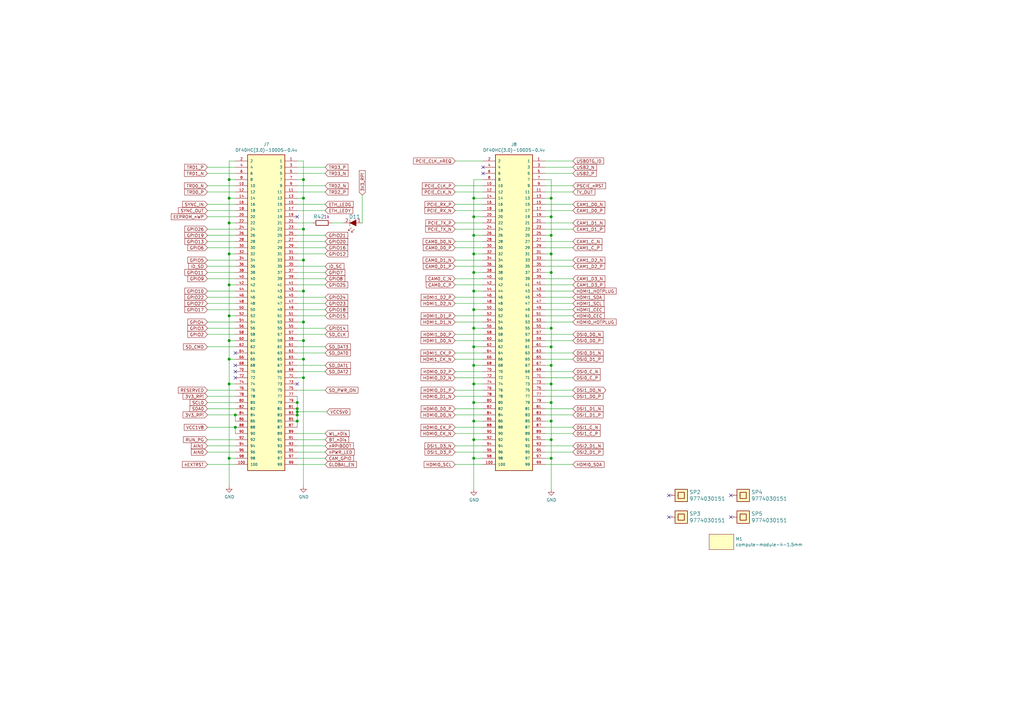
<source format=kicad_sch>
(kicad_sch (version 20210621) (generator eeschema)
  (paper "A3")
  (title_block (title "Scalenode") (rev "1.0.1"))
  (lib_symbols
    (symbol "scalenode:9774030151" (pin_names (offset 1.016))
      (property "Reference" "SP" (at -2.54 2.54 0))
      (property "Value" "9774030151" (at -2.54 -5.08 0))
      (symbol "9774030151_0_1"
        (rectangle (start -2.54 -2.54) (end 2.54 2.54) (stroke (width 0.254)) (fill (type background)))
        (rectangle (start -1.27 -1.27) (end 1.27 1.27) (stroke (width 0.254)) (fill (type background)))
        (pin passive line (at -5.08 0 0) (length 2.54) (name "1") (number "1"))
      )
    )
    (symbol "scalenode:DF40HC(3.0)-100DS-0.4v" (pin_names (offset 1.016))
      (property "Reference" "J" (at -7.6454 63.6524 0))
      (property "Value" "DF40HC(3.0)-100DS-0.4v" (at -7.6454 -71.2724 0))
      (symbol "DF40HC(3.0)-100DS-0.4v_0_0"
        (rectangle (start -7.62 -66.04) (end 7.62 63.5) (stroke (width 0.254)) (fill (type background)))
        (pin passive line (at -12.7 60.96 0) (length 5.08) (name "1") (number "1"))
        (pin passive line (at 12.7 50.8 180) (length 5.08) (name "10") (number "10"))
        (pin passive line (at 12.7 -63.5 180) (length 5.08) (name "100") (number "100"))
        (pin passive line (at -12.7 48.26 0) (length 5.08) (name "11") (number "11"))
        (pin passive line (at 12.7 48.26 180) (length 5.08) (name "12") (number "12"))
        (pin passive line (at -12.7 45.72 0) (length 5.08) (name "13") (number "13"))
        (pin passive line (at 12.7 45.72 180) (length 5.08) (name "14") (number "14"))
        (pin passive line (at -12.7 43.18 0) (length 5.08) (name "15") (number "15"))
        (pin passive line (at 12.7 43.18 180) (length 5.08) (name "16") (number "16"))
        (pin passive line (at -12.7 40.64 0) (length 5.08) (name "17") (number "17"))
        (pin passive line (at 12.7 40.64 180) (length 5.08) (name "18") (number "18"))
        (pin passive line (at -12.7 38.1 0) (length 5.08) (name "19") (number "19"))
        (pin passive line (at 12.7 60.96 180) (length 5.08) (name "2") (number "2"))
        (pin passive line (at 12.7 38.1 180) (length 5.08) (name "20") (number "20"))
        (pin passive line (at -12.7 35.56 0) (length 5.08) (name "21") (number "21"))
        (pin passive line (at 12.7 35.56 180) (length 5.08) (name "22") (number "22"))
        (pin passive line (at -12.7 33.02 0) (length 5.08) (name "23") (number "23"))
        (pin passive line (at 12.7 33.02 180) (length 5.08) (name "24") (number "24"))
        (pin passive line (at -12.7 30.48 0) (length 5.08) (name "25") (number "25"))
        (pin passive line (at 12.7 30.48 180) (length 5.08) (name "26") (number "26"))
        (pin passive line (at -12.7 27.94 0) (length 5.08) (name "27") (number "27"))
        (pin passive line (at 12.7 27.94 180) (length 5.08) (name "28") (number "28"))
        (pin passive line (at -12.7 25.4 0) (length 5.08) (name "29") (number "29"))
        (pin passive line (at -12.7 58.42 0) (length 5.08) (name "3") (number "3"))
        (pin passive line (at 12.7 25.4 180) (length 5.08) (name "30") (number "30"))
        (pin passive line (at -12.7 22.86 0) (length 5.08) (name "31") (number "31"))
        (pin passive line (at 12.7 22.86 180) (length 5.08) (name "32") (number "32"))
        (pin passive line (at -12.7 20.32 0) (length 5.08) (name "33") (number "33"))
        (pin passive line (at 12.7 20.32 180) (length 5.08) (name "34") (number "34"))
        (pin passive line (at -12.7 17.78 0) (length 5.08) (name "35") (number "35"))
        (pin passive line (at 12.7 17.78 180) (length 5.08) (name "36") (number "36"))
        (pin passive line (at -12.7 15.24 0) (length 5.08) (name "37") (number "37"))
        (pin passive line (at 12.7 15.24 180) (length 5.08) (name "38") (number "38"))
        (pin passive line (at -12.7 12.7 0) (length 5.08) (name "39") (number "39"))
        (pin passive line (at 12.7 58.42 180) (length 5.08) (name "4") (number "4"))
        (pin passive line (at 12.7 12.7 180) (length 5.08) (name "40") (number "40"))
        (pin passive line (at -12.7 10.16 0) (length 5.08) (name "41") (number "41"))
        (pin passive line (at 12.7 10.16 180) (length 5.08) (name "42") (number "42"))
        (pin passive line (at -12.7 7.62 0) (length 5.08) (name "43") (number "43"))
        (pin passive line (at 12.7 7.62 180) (length 5.08) (name "44") (number "44"))
        (pin passive line (at -12.7 5.08 0) (length 5.08) (name "45") (number "45"))
        (pin passive line (at 12.7 5.08 180) (length 5.08) (name "46") (number "46"))
        (pin passive line (at -12.7 2.54 0) (length 5.08) (name "47") (number "47"))
        (pin passive line (at 12.7 2.54 180) (length 5.08) (name "48") (number "48"))
        (pin passive line (at -12.7 0 0) (length 5.08) (name "49") (number "49"))
        (pin passive line (at -12.7 55.88 0) (length 5.08) (name "5") (number "5"))
        (pin passive line (at 12.7 0 180) (length 5.08) (name "50") (number "50"))
        (pin passive line (at -12.7 -2.54 0) (length 5.08) (name "51") (number "51"))
        (pin passive line (at 12.7 -2.54 180) (length 5.08) (name "52") (number "52"))
        (pin passive line (at -12.7 -5.08 0) (length 5.08) (name "53") (number "53"))
        (pin passive line (at 12.7 -5.08 180) (length 5.08) (name "54") (number "54"))
        (pin passive line (at -12.7 -7.62 0) (length 5.08) (name "55") (number "55"))
        (pin passive line (at 12.7 -7.62 180) (length 5.08) (name "56") (number "56"))
        (pin passive line (at -12.7 -10.16 0) (length 5.08) (name "57") (number "57"))
        (pin passive line (at 12.7 -10.16 180) (length 5.08) (name "58") (number "58"))
        (pin passive line (at -12.7 -12.7 0) (length 5.08) (name "59") (number "59"))
        (pin passive line (at 12.7 55.88 180) (length 5.08) (name "6") (number "6"))
        (pin passive line (at 12.7 -12.7 180) (length 5.08) (name "60") (number "60"))
        (pin passive line (at -12.7 -15.24 0) (length 5.08) (name "61") (number "61"))
        (pin passive line (at 12.7 -15.24 180) (length 5.08) (name "62") (number "62"))
        (pin passive line (at -12.7 -17.78 0) (length 5.08) (name "63") (number "63"))
        (pin passive line (at 12.7 -17.78 180) (length 5.08) (name "64") (number "64"))
        (pin passive line (at -12.7 -20.32 0) (length 5.08) (name "65") (number "65"))
        (pin passive line (at 12.7 -20.32 180) (length 5.08) (name "66") (number "66"))
        (pin passive line (at -12.7 -22.86 0) (length 5.08) (name "67") (number "67"))
        (pin passive line (at 12.7 -22.86 180) (length 5.08) (name "68") (number "68"))
        (pin passive line (at -12.7 -25.4 0) (length 5.08) (name "69") (number "69"))
        (pin passive line (at -12.7 53.34 0) (length 5.08) (name "7") (number "7"))
        (pin passive line (at 12.7 -25.4 180) (length 5.08) (name "70") (number "70"))
        (pin passive line (at -12.7 -27.94 0) (length 5.08) (name "71") (number "71"))
        (pin passive line (at 12.7 -27.94 180) (length 5.08) (name "72") (number "72"))
        (pin passive line (at -12.7 -30.48 0) (length 5.08) (name "73") (number "73"))
        (pin passive line (at 12.7 -30.48 180) (length 5.08) (name "74") (number "74"))
        (pin passive line (at -12.7 -33.02 0) (length 5.08) (name "75") (number "75"))
        (pin passive line (at 12.7 -33.02 180) (length 5.08) (name "76") (number "76"))
        (pin passive line (at -12.7 -35.56 0) (length 5.08) (name "77") (number "77"))
        (pin passive line (at 12.7 -35.56 180) (length 5.08) (name "78") (number "78"))
        (pin passive line (at -12.7 -38.1 0) (length 5.08) (name "79") (number "79"))
        (pin passive line (at 12.7 53.34 180) (length 5.08) (name "8") (number "8"))
        (pin passive line (at 12.7 -38.1 180) (length 5.08) (name "80") (number "80"))
        (pin passive line (at -12.7 -40.64 0) (length 5.08) (name "81") (number "81"))
        (pin passive line (at 12.7 -40.64 180) (length 5.08) (name "82") (number "82"))
        (pin passive line (at -12.7 -43.18 0) (length 5.08) (name "83") (number "83"))
        (pin passive line (at 12.7 -43.18 180) (length 5.08) (name "84") (number "84"))
        (pin passive line (at -12.7 -45.72 0) (length 5.08) (name "85") (number "85"))
        (pin passive line (at 12.7 -45.72 180) (length 5.08) (name "86") (number "86"))
        (pin passive line (at -12.7 -48.26 0) (length 5.08) (name "87") (number "87"))
        (pin passive line (at 12.7 -48.26 180) (length 5.08) (name "88") (number "88"))
        (pin passive line (at -12.7 -50.8 0) (length 5.08) (name "89") (number "89"))
        (pin passive line (at -12.7 50.8 0) (length 5.08) (name "9") (number "9"))
        (pin passive line (at 12.7 -50.8 180) (length 5.08) (name "90") (number "90"))
        (pin passive line (at -12.7 -53.34 0) (length 5.08) (name "91") (number "91"))
        (pin passive line (at 12.7 -53.34 180) (length 5.08) (name "92") (number "92"))
        (pin passive line (at -12.7 -55.88 0) (length 5.08) (name "93") (number "93"))
        (pin passive line (at 12.7 -55.88 180) (length 5.08) (name "94") (number "94"))
        (pin passive line (at -12.7 -58.42 0) (length 5.08) (name "95") (number "95"))
        (pin passive line (at 12.7 -58.42 180) (length 5.08) (name "96") (number "96"))
        (pin passive line (at -12.7 -60.96 0) (length 5.08) (name "97") (number "97"))
        (pin passive line (at 12.7 -60.96 180) (length 5.08) (name "98") (number "98"))
        (pin passive line (at -12.7 -63.5 0) (length 5.08) (name "99") (number "99"))
      )
    )
    (symbol "scalenode:GND" (power) (pin_names (offset 0))
      (property "Value" "GND" (at 0 -3.81 0))
      (symbol "GND_0_1"
        (polyline (pts (xy 0 0) (xy 0 -1.27) (xy 1.27 -1.27) (xy 0 -2.54) (xy -1.27 -1.27) (xy 0 -1.27)))
      )
      (symbol "GND_1_1"
        (pin power_in line (at 0 0 270) (length 0) hide (name "GND") (number "1"))
      )
    )
    (symbol "scalenode:KP-1608CGCK" (pin_names (offset 0))
      (property "Reference" "D" (at -5.08 3.81 0))
      (property "Value" "KP-1608CGCK" (at 0 -3.81 0))
      (symbol "KP-1608CGCK_0_1"
        (polyline (pts (xy -0.635 3.81) (xy -1.905 2.54)))
        (polyline (pts (xy 0 1.27) (xy 0 -1.27)))
        (polyline (pts (xy 0.635 3.175) (xy -0.635 1.905)))
        (polyline (pts (xy -1.27 3.81) (xy -0.635 3.81) (xy -0.635 3.175)))
        (polyline (pts (xy 0 3.175) (xy 0.635 3.175) (xy 0.635 2.54)))
        (polyline (pts (xy -2.54 1.27) (xy -2.54 -1.27) (xy 0 0) (xy -2.54 1.27)) (fill (type outline)))
      )
      (symbol "KP-1608CGCK_1_1"
        (pin passive line (at -5.08 0 0) (length 2.54) (name "~") (number "1"))
        (pin passive line (at 2.54 0 180) (length 2.54) (name "~") (number "2"))
      )
    )
    (symbol "scalenode:R_1k_0603" (pin_names (offset 0))
      (property "Reference" "R" (at -1.397 3.429 0))
      (property "Val" "1k" (at 0 -2.54 0))
      (symbol "R_1k_0603_1_1"
        (rectangle (start 2.54 -1.016) (end -2.54 1.016) (stroke (width 0.254)))
        (pin passive line (at -3.81 0 0) (length 1.27) (name "~") (number "1"))
        (pin passive line (at 3.81 0 180) (length 1.27) (name "~") (number "2"))
      )
    )
    (symbol "scalenode:compute-module-4-1.5mm" (pin_names (offset 1.016))
      (property "Reference" "M" (at 1.27 7.62 0))
      (property "Value" "compute-module-4-1.5mm" (at 2.54 -1.27 0))
      (symbol "compute-module-4-1.5mm_0_1"
        (rectangle (start 10.16 0) (end 0 6.35) (fill (type background)))
      )
    )
  )
  (junction (at 93.98 73.66) (diameter 1.016))
  (junction (at 93.98 81.28) (diameter 1.016))
  (junction (at 93.98 91.44) (diameter 1.016))
  (junction (at 93.98 104.14) (diameter 1.016))
  (junction (at 93.98 116.84) (diameter 1.016))
  (junction (at 93.98 129.54) (diameter 1.016))
  (junction (at 93.98 139.7) (diameter 1.016))
  (junction (at 93.98 147.32) (diameter 1.016))
  (junction (at 93.98 157.48) (diameter 1.016))
  (junction (at 93.98 187.96) (diameter 1.016))
  (junction (at 96.52 170.18) (diameter 1.016))
  (junction (at 96.52 175.26) (diameter 1.016))
  (junction (at 121.92 165.1) (diameter 1.016))
  (junction (at 121.92 167.64) (diameter 1.016))
  (junction (at 121.92 168.91) (diameter 1.016))
  (junction (at 121.92 170.18) (diameter 1.016))
  (junction (at 121.92 172.72) (diameter 1.016))
  (junction (at 124.46 73.66) (diameter 1.016))
  (junction (at 124.46 81.28) (diameter 1.016))
  (junction (at 124.46 93.98) (diameter 1.016))
  (junction (at 124.46 106.68) (diameter 1.016))
  (junction (at 124.46 119.38) (diameter 1.016))
  (junction (at 124.46 132.08) (diameter 1.016))
  (junction (at 124.46 139.7) (diameter 1.016))
  (junction (at 124.46 147.32) (diameter 1.016))
  (junction (at 124.46 154.94) (diameter 1.016))
  (junction (at 194.31 81.28) (diameter 1.016))
  (junction (at 194.31 88.9) (diameter 1.016))
  (junction (at 194.31 96.52) (diameter 1.016))
  (junction (at 194.31 104.14) (diameter 1.016))
  (junction (at 194.31 111.76) (diameter 1.016))
  (junction (at 194.31 119.38) (diameter 1.016))
  (junction (at 194.31 127) (diameter 1.016))
  (junction (at 194.31 134.62) (diameter 1.016))
  (junction (at 194.31 142.24) (diameter 1.016))
  (junction (at 194.31 149.86) (diameter 1.016))
  (junction (at 194.31 157.48) (diameter 1.016))
  (junction (at 194.31 165.1) (diameter 1.016))
  (junction (at 194.31 172.72) (diameter 1.016))
  (junction (at 194.31 180.34) (diameter 1.016))
  (junction (at 194.31 187.96) (diameter 1.016))
  (junction (at 226.06 81.28) (diameter 1.016))
  (junction (at 226.06 88.9) (diameter 1.016))
  (junction (at 226.06 96.52) (diameter 1.016))
  (junction (at 226.06 104.14) (diameter 1.016))
  (junction (at 226.06 111.76) (diameter 1.016))
  (junction (at 226.06 134.62) (diameter 1.016))
  (junction (at 226.06 142.24) (diameter 1.016))
  (junction (at 226.06 149.86) (diameter 1.016))
  (junction (at 226.06 157.48) (diameter 1.016))
  (junction (at 226.06 165.1) (diameter 1.016))
  (junction (at 226.06 172.72) (diameter 1.016))
  (junction (at 226.06 180.34) (diameter 1.016))
  (junction (at 226.06 187.96) (diameter 1.016))
  (no_connect (at 96.52 144.78))
  (no_connect (at 96.52 149.86))
  (no_connect (at 96.52 152.4))
  (no_connect (at 96.52 154.94))
  (no_connect (at 121.92 88.9))
  (no_connect (at 121.92 157.48))
  (no_connect (at 198.12 68.58))
  (no_connect (at 198.12 71.12))
  (no_connect (at 274.32 203.2))
  (no_connect (at 274.32 212.09))
  (no_connect (at 299.72 203.2))
  (no_connect (at 299.72 212.09))
  (wire (pts (xy 93.98 66.04) (xy 93.98 73.66)))
  (wire (pts (xy 93.98 73.66) (xy 93.98 81.28)))
  (wire (pts (xy 93.98 81.28) (xy 93.98 91.44)))
  (wire (pts (xy 93.98 91.44) (xy 93.98 104.14)))
  (wire (pts (xy 93.98 104.14) (xy 93.98 116.84)))
  (wire (pts (xy 93.98 116.84) (xy 93.98 129.54)))
  (wire (pts (xy 93.98 129.54) (xy 93.98 139.7)))
  (wire (pts (xy 93.98 139.7) (xy 93.98 147.32)))
  (wire (pts (xy 93.98 147.32) (xy 93.98 157.48)))
  (wire (pts (xy 93.98 157.48) (xy 93.98 187.96)))
  (wire (pts (xy 93.98 187.96) (xy 93.98 199.39)))
  (wire (pts (xy 93.98 187.96) (xy 96.52 187.96)))
  (wire (pts (xy 96.52 66.04) (xy 93.98 66.04)))
  (wire (pts (xy 96.52 68.58) (xy 85.09 68.58)))
  (wire (pts (xy 96.52 71.12) (xy 85.09 71.12)))
  (wire (pts (xy 96.52 73.66) (xy 93.98 73.66)))
  (wire (pts (xy 96.52 76.2) (xy 85.09 76.2)))
  (wire (pts (xy 96.52 78.74) (xy 85.09 78.74)))
  (wire (pts (xy 96.52 81.28) (xy 93.98 81.28)))
  (wire (pts (xy 96.52 83.82) (xy 85.09 83.82)))
  (wire (pts (xy 96.52 86.36) (xy 85.09 86.36)))
  (wire (pts (xy 96.52 88.9) (xy 85.09 88.9)))
  (wire (pts (xy 96.52 91.44) (xy 93.98 91.44)))
  (wire (pts (xy 96.52 93.98) (xy 85.09 93.98)))
  (wire (pts (xy 96.52 96.52) (xy 85.09 96.52)))
  (wire (pts (xy 96.52 99.06) (xy 85.09 99.06)))
  (wire (pts (xy 96.52 101.6) (xy 85.09 101.6)))
  (wire (pts (xy 96.52 104.14) (xy 93.98 104.14)))
  (wire (pts (xy 96.52 106.68) (xy 85.09 106.68)))
  (wire (pts (xy 96.52 109.22) (xy 85.09 109.22)))
  (wire (pts (xy 96.52 111.76) (xy 85.09 111.76)))
  (wire (pts (xy 96.52 114.3) (xy 85.09 114.3)))
  (wire (pts (xy 96.52 116.84) (xy 93.98 116.84)))
  (wire (pts (xy 96.52 119.38) (xy 85.09 119.38)))
  (wire (pts (xy 96.52 121.92) (xy 85.09 121.92)))
  (wire (pts (xy 96.52 124.46) (xy 85.09 124.46)))
  (wire (pts (xy 96.52 127) (xy 85.09 127)))
  (wire (pts (xy 96.52 129.54) (xy 93.98 129.54)))
  (wire (pts (xy 96.52 132.08) (xy 85.09 132.08)))
  (wire (pts (xy 96.52 134.62) (xy 85.09 134.62)))
  (wire (pts (xy 96.52 137.16) (xy 85.09 137.16)))
  (wire (pts (xy 96.52 139.7) (xy 93.98 139.7)))
  (wire (pts (xy 96.52 142.24) (xy 85.09 142.24)))
  (wire (pts (xy 96.52 147.32) (xy 93.98 147.32)))
  (wire (pts (xy 96.52 157.48) (xy 93.98 157.48)))
  (wire (pts (xy 96.52 160.02) (xy 85.09 160.02)))
  (wire (pts (xy 96.52 162.56) (xy 85.09 162.56)))
  (wire (pts (xy 96.52 165.1) (xy 85.09 165.1)))
  (wire (pts (xy 96.52 167.64) (xy 85.09 167.64)))
  (wire (pts (xy 96.52 170.18) (xy 85.09 170.18)))
  (wire (pts (xy 96.52 172.72) (xy 96.52 170.18)))
  (wire (pts (xy 96.52 175.26) (xy 85.09 175.26)))
  (wire (pts (xy 96.52 177.8) (xy 96.52 175.26)))
  (wire (pts (xy 96.52 180.34) (xy 85.09 180.34)))
  (wire (pts (xy 96.52 182.88) (xy 85.09 182.88)))
  (wire (pts (xy 96.52 185.42) (xy 85.09 185.42)))
  (wire (pts (xy 96.52 190.5) (xy 85.09 190.5)))
  (wire (pts (xy 121.92 66.04) (xy 124.46 66.04)))
  (wire (pts (xy 121.92 68.58) (xy 133.35 68.58)))
  (wire (pts (xy 121.92 71.12) (xy 133.35 71.12)))
  (wire (pts (xy 121.92 73.66) (xy 124.46 73.66)))
  (wire (pts (xy 121.92 76.2) (xy 133.35 76.2)))
  (wire (pts (xy 121.92 78.74) (xy 133.35 78.74)))
  (wire (pts (xy 121.92 81.28) (xy 124.46 81.28)))
  (wire (pts (xy 121.92 83.82) (xy 133.35 83.82)))
  (wire (pts (xy 121.92 86.36) (xy 133.35 86.36)))
  (wire (pts (xy 121.92 93.98) (xy 124.46 93.98)))
  (wire (pts (xy 121.92 96.52) (xy 133.35 96.52)))
  (wire (pts (xy 121.92 99.06) (xy 133.35 99.06)))
  (wire (pts (xy 121.92 101.6) (xy 133.35 101.6)))
  (wire (pts (xy 121.92 106.68) (xy 124.46 106.68)))
  (wire (pts (xy 121.92 109.22) (xy 133.35 109.22)))
  (wire (pts (xy 121.92 111.76) (xy 133.35 111.76)))
  (wire (pts (xy 121.92 114.3) (xy 133.35 114.3)))
  (wire (pts (xy 121.92 116.84) (xy 133.35 116.84)))
  (wire (pts (xy 121.92 119.38) (xy 124.46 119.38)))
  (wire (pts (xy 121.92 121.92) (xy 133.35 121.92)))
  (wire (pts (xy 121.92 124.46) (xy 133.35 124.46)))
  (wire (pts (xy 121.92 127) (xy 133.35 127)))
  (wire (pts (xy 121.92 132.08) (xy 124.46 132.08)))
  (wire (pts (xy 121.92 134.62) (xy 133.35 134.62)))
  (wire (pts (xy 121.92 139.7) (xy 124.46 139.7)))
  (wire (pts (xy 121.92 142.24) (xy 133.35 142.24)))
  (wire (pts (xy 121.92 147.32) (xy 124.46 147.32)))
  (wire (pts (xy 121.92 149.86) (xy 133.35 149.86)))
  (wire (pts (xy 121.92 154.94) (xy 124.46 154.94)))
  (wire (pts (xy 121.92 165.1) (xy 121.92 162.56)))
  (wire (pts (xy 121.92 167.64) (xy 121.92 165.1)))
  (wire (pts (xy 121.92 168.91) (xy 121.92 167.64)))
  (wire (pts (xy 121.92 170.18) (xy 121.92 168.91)))
  (wire (pts (xy 121.92 172.72) (xy 121.92 170.18)))
  (wire (pts (xy 121.92 175.26) (xy 121.92 172.72)))
  (wire (pts (xy 121.92 177.8) (xy 133.35 177.8)))
  (wire (pts (xy 121.92 180.34) (xy 133.35 180.34)))
  (wire (pts (xy 121.92 182.88) (xy 133.35 182.88)))
  (wire (pts (xy 121.92 185.42) (xy 133.35 185.42)))
  (wire (pts (xy 121.92 187.96) (xy 133.35 187.96)))
  (wire (pts (xy 121.92 190.5) (xy 133.35 190.5)))
  (wire (pts (xy 124.46 66.04) (xy 124.46 73.66)))
  (wire (pts (xy 124.46 73.66) (xy 124.46 81.28)))
  (wire (pts (xy 124.46 81.28) (xy 124.46 93.98)))
  (wire (pts (xy 124.46 93.98) (xy 124.46 106.68)))
  (wire (pts (xy 124.46 106.68) (xy 124.46 119.38)))
  (wire (pts (xy 124.46 119.38) (xy 124.46 132.08)))
  (wire (pts (xy 124.46 132.08) (xy 124.46 139.7)))
  (wire (pts (xy 124.46 139.7) (xy 124.46 147.32)))
  (wire (pts (xy 124.46 147.32) (xy 124.46 154.94)))
  (wire (pts (xy 124.46 154.94) (xy 124.46 199.39)))
  (wire (pts (xy 128.27 91.44) (xy 121.92 91.44)))
  (wire (pts (xy 133.35 104.14) (xy 121.92 104.14)))
  (wire (pts (xy 133.35 129.54) (xy 121.92 129.54)))
  (wire (pts (xy 133.35 137.16) (xy 121.92 137.16)))
  (wire (pts (xy 133.35 144.78) (xy 121.92 144.78)))
  (wire (pts (xy 133.35 152.4) (xy 121.92 152.4)))
  (wire (pts (xy 133.35 160.02) (xy 121.92 160.02)))
  (wire (pts (xy 133.985 168.91) (xy 121.92 168.91)))
  (wire (pts (xy 140.97 91.44) (xy 135.89 91.44)))
  (wire (pts (xy 148.59 91.44) (xy 148.59 80.01)))
  (wire (pts (xy 194.31 73.66) (xy 194.31 81.28)))
  (wire (pts (xy 194.31 81.28) (xy 194.31 88.9)))
  (wire (pts (xy 194.31 88.9) (xy 194.31 96.52)))
  (wire (pts (xy 194.31 96.52) (xy 194.31 104.14)))
  (wire (pts (xy 194.31 104.14) (xy 194.31 111.76)))
  (wire (pts (xy 194.31 111.76) (xy 194.31 119.38)))
  (wire (pts (xy 194.31 119.38) (xy 194.31 127)))
  (wire (pts (xy 194.31 127) (xy 194.31 134.62)))
  (wire (pts (xy 194.31 134.62) (xy 194.31 142.24)))
  (wire (pts (xy 194.31 142.24) (xy 194.31 149.86)))
  (wire (pts (xy 194.31 149.86) (xy 194.31 157.48)))
  (wire (pts (xy 194.31 157.48) (xy 194.31 165.1)))
  (wire (pts (xy 194.31 165.1) (xy 194.31 172.72)))
  (wire (pts (xy 194.31 172.72) (xy 194.31 180.34)))
  (wire (pts (xy 194.31 180.34) (xy 194.31 187.96)))
  (wire (pts (xy 194.31 187.96) (xy 194.31 200.66)))
  (wire (pts (xy 198.12 66.04) (xy 186.69 66.04)))
  (wire (pts (xy 198.12 73.66) (xy 194.31 73.66)))
  (wire (pts (xy 198.12 76.2) (xy 186.69 76.2)))
  (wire (pts (xy 198.12 78.74) (xy 186.69 78.74)))
  (wire (pts (xy 198.12 81.28) (xy 194.31 81.28)))
  (wire (pts (xy 198.12 83.82) (xy 186.69 83.82)))
  (wire (pts (xy 198.12 86.36) (xy 186.69 86.36)))
  (wire (pts (xy 198.12 88.9) (xy 194.31 88.9)))
  (wire (pts (xy 198.12 91.44) (xy 186.69 91.44)))
  (wire (pts (xy 198.12 93.98) (xy 186.69 93.98)))
  (wire (pts (xy 198.12 96.52) (xy 194.31 96.52)))
  (wire (pts (xy 198.12 99.06) (xy 186.69 99.06)))
  (wire (pts (xy 198.12 101.6) (xy 186.69 101.6)))
  (wire (pts (xy 198.12 104.14) (xy 194.31 104.14)))
  (wire (pts (xy 198.12 106.68) (xy 186.69 106.68)))
  (wire (pts (xy 198.12 109.22) (xy 186.69 109.22)))
  (wire (pts (xy 198.12 111.76) (xy 194.31 111.76)))
  (wire (pts (xy 198.12 114.3) (xy 186.69 114.3)))
  (wire (pts (xy 198.12 116.84) (xy 186.69 116.84)))
  (wire (pts (xy 198.12 119.38) (xy 194.31 119.38)))
  (wire (pts (xy 198.12 121.92) (xy 186.69 121.92)))
  (wire (pts (xy 198.12 124.46) (xy 186.69 124.46)))
  (wire (pts (xy 198.12 127) (xy 194.31 127)))
  (wire (pts (xy 198.12 129.54) (xy 186.69 129.54)))
  (wire (pts (xy 198.12 132.08) (xy 186.69 132.08)))
  (wire (pts (xy 198.12 134.62) (xy 194.31 134.62)))
  (wire (pts (xy 198.12 137.16) (xy 186.69 137.16)))
  (wire (pts (xy 198.12 139.7) (xy 186.69 139.7)))
  (wire (pts (xy 198.12 142.24) (xy 194.31 142.24)))
  (wire (pts (xy 198.12 144.78) (xy 186.69 144.78)))
  (wire (pts (xy 198.12 147.32) (xy 186.69 147.32)))
  (wire (pts (xy 198.12 149.86) (xy 194.31 149.86)))
  (wire (pts (xy 198.12 152.4) (xy 186.69 152.4)))
  (wire (pts (xy 198.12 154.94) (xy 186.69 154.94)))
  (wire (pts (xy 198.12 157.48) (xy 194.31 157.48)))
  (wire (pts (xy 198.12 160.02) (xy 186.69 160.02)))
  (wire (pts (xy 198.12 162.56) (xy 186.69 162.56)))
  (wire (pts (xy 198.12 165.1) (xy 194.31 165.1)))
  (wire (pts (xy 198.12 167.64) (xy 186.69 167.64)))
  (wire (pts (xy 198.12 170.18) (xy 186.69 170.18)))
  (wire (pts (xy 198.12 172.72) (xy 194.31 172.72)))
  (wire (pts (xy 198.12 175.26) (xy 186.69 175.26)))
  (wire (pts (xy 198.12 177.8) (xy 186.69 177.8)))
  (wire (pts (xy 198.12 180.34) (xy 194.31 180.34)))
  (wire (pts (xy 198.12 182.88) (xy 186.69 182.88)))
  (wire (pts (xy 198.12 185.42) (xy 186.69 185.42)))
  (wire (pts (xy 198.12 187.96) (xy 194.31 187.96)))
  (wire (pts (xy 198.12 190.5) (xy 186.69 190.5)))
  (wire (pts (xy 223.52 66.04) (xy 234.95 66.04)))
  (wire (pts (xy 223.52 68.58) (xy 234.95 68.58)))
  (wire (pts (xy 223.52 71.12) (xy 234.95 71.12)))
  (wire (pts (xy 223.52 73.66) (xy 226.06 73.66)))
  (wire (pts (xy 223.52 76.2) (xy 234.95 76.2)))
  (wire (pts (xy 223.52 78.74) (xy 234.95 78.74)))
  (wire (pts (xy 223.52 81.28) (xy 226.06 81.28)))
  (wire (pts (xy 223.52 83.82) (xy 234.95 83.82)))
  (wire (pts (xy 223.52 86.36) (xy 234.95 86.36)))
  (wire (pts (xy 223.52 88.9) (xy 226.06 88.9)))
  (wire (pts (xy 223.52 91.44) (xy 234.95 91.44)))
  (wire (pts (xy 223.52 93.98) (xy 234.95 93.98)))
  (wire (pts (xy 223.52 96.52) (xy 226.06 96.52)))
  (wire (pts (xy 223.52 99.06) (xy 234.95 99.06)))
  (wire (pts (xy 223.52 101.6) (xy 234.95 101.6)))
  (wire (pts (xy 223.52 104.14) (xy 226.06 104.14)))
  (wire (pts (xy 223.52 106.68) (xy 234.95 106.68)))
  (wire (pts (xy 223.52 109.22) (xy 234.95 109.22)))
  (wire (pts (xy 223.52 111.76) (xy 226.06 111.76)))
  (wire (pts (xy 223.52 114.3) (xy 234.95 114.3)))
  (wire (pts (xy 223.52 116.84) (xy 234.95 116.84)))
  (wire (pts (xy 223.52 119.38) (xy 234.95 119.38)))
  (wire (pts (xy 223.52 121.92) (xy 234.95 121.92)))
  (wire (pts (xy 223.52 124.46) (xy 234.95 124.46)))
  (wire (pts (xy 223.52 127) (xy 234.95 127)))
  (wire (pts (xy 223.52 129.54) (xy 234.95 129.54)))
  (wire (pts (xy 223.52 132.08) (xy 234.95 132.08)))
  (wire (pts (xy 223.52 134.62) (xy 226.06 134.62)))
  (wire (pts (xy 223.52 137.16) (xy 234.95 137.16)))
  (wire (pts (xy 223.52 139.7) (xy 234.95 139.7)))
  (wire (pts (xy 223.52 142.24) (xy 226.06 142.24)))
  (wire (pts (xy 223.52 144.78) (xy 234.95 144.78)))
  (wire (pts (xy 223.52 147.32) (xy 234.95 147.32)))
  (wire (pts (xy 223.52 149.86) (xy 226.06 149.86)))
  (wire (pts (xy 223.52 152.4) (xy 234.95 152.4)))
  (wire (pts (xy 223.52 154.94) (xy 234.95 154.94)))
  (wire (pts (xy 223.52 157.48) (xy 226.06 157.48)))
  (wire (pts (xy 223.52 160.02) (xy 234.95 160.02)))
  (wire (pts (xy 223.52 162.56) (xy 234.95 162.56)))
  (wire (pts (xy 223.52 165.1) (xy 226.06 165.1)))
  (wire (pts (xy 223.52 167.64) (xy 234.95 167.64)))
  (wire (pts (xy 223.52 170.18) (xy 234.95 170.18)))
  (wire (pts (xy 223.52 172.72) (xy 226.06 172.72)))
  (wire (pts (xy 223.52 175.26) (xy 234.95 175.26)))
  (wire (pts (xy 223.52 177.8) (xy 234.95 177.8)))
  (wire (pts (xy 223.52 180.34) (xy 226.06 180.34)))
  (wire (pts (xy 223.52 182.88) (xy 234.95 182.88)))
  (wire (pts (xy 223.52 185.42) (xy 234.95 185.42)))
  (wire (pts (xy 223.52 187.96) (xy 226.06 187.96)))
  (wire (pts (xy 223.52 190.5) (xy 234.95 190.5)))
  (wire (pts (xy 226.06 73.66) (xy 226.06 81.28)))
  (wire (pts (xy 226.06 81.28) (xy 226.06 88.9)))
  (wire (pts (xy 226.06 88.9) (xy 226.06 96.52)))
  (wire (pts (xy 226.06 96.52) (xy 226.06 104.14)))
  (wire (pts (xy 226.06 104.14) (xy 226.06 111.76)))
  (wire (pts (xy 226.06 111.76) (xy 226.06 134.62)))
  (wire (pts (xy 226.06 134.62) (xy 226.06 142.24)))
  (wire (pts (xy 226.06 142.24) (xy 226.06 149.86)))
  (wire (pts (xy 226.06 149.86) (xy 226.06 157.48)))
  (wire (pts (xy 226.06 157.48) (xy 226.06 165.1)))
  (wire (pts (xy 226.06 165.1) (xy 226.06 172.72)))
  (wire (pts (xy 226.06 172.72) (xy 226.06 180.34)))
  (wire (pts (xy 226.06 180.34) (xy 226.06 187.96)))
  (wire (pts (xy 226.06 187.96) (xy 226.06 200.66)))
  (global_label "TRD1_P" (shape input) (at 85.09 68.58 180) (property "Intersheet References" "${INTERSHEET_REFS}" (effects hide)))
  (global_label "TRD1_N" (shape input) (at 85.09 71.12 180) (property "Intersheet References" "${INTERSHEET_REFS}" (effects hide)))
  (global_label "TRD0_N" (shape input) (at 85.09 76.2 180) (property "Intersheet References" "${INTERSHEET_REFS}" (effects hide)))
  (global_label "TRD0_P" (shape input) (at 85.09 78.74 180) (property "Intersheet References" "${INTERSHEET_REFS}" (effects hide)))
  (global_label "SYNC_IN" (shape input) (at 85.09 83.82 180) (property "Intersheet References" "${INTERSHEET_REFS}" (effects hide)))
  (global_label "SYNC_OUT" (shape input) (at 85.09 86.36 180) (property "Intersheet References" "${INTERSHEET_REFS}" (effects hide)))
  (global_label "EEPROM_nWP" (shape input) (at 85.09 88.9 180) (property "Intersheet References" "${INTERSHEET_REFS}" (effects hide)))
  (global_label "GPIO26" (shape input) (at 85.09 93.98 180) (property "Intersheet References" "${INTERSHEET_REFS}" (effects hide)))
  (global_label "GPIO19" (shape input) (at 85.09 96.52 180) (property "Intersheet References" "${INTERSHEET_REFS}" (effects hide)))
  (global_label "GPIO13" (shape input) (at 85.09 99.06 180) (property "Intersheet References" "${INTERSHEET_REFS}" (effects hide)))
  (global_label "GPIO6" (shape input) (at 85.09 101.6 180) (property "Intersheet References" "${INTERSHEET_REFS}" (effects hide)))
  (global_label "GPIO5" (shape input) (at 85.09 106.68 180) (property "Intersheet References" "${INTERSHEET_REFS}" (effects hide)))
  (global_label "ID_SD" (shape input) (at 85.09 109.22 180) (property "Intersheet References" "${INTERSHEET_REFS}" (effects hide)))
  (global_label "GPIO11" (shape input) (at 85.09 111.76 180) (property "Intersheet References" "${INTERSHEET_REFS}" (effects hide)))
  (global_label "GPIO9" (shape input) (at 85.09 114.3 180) (property "Intersheet References" "${INTERSHEET_REFS}" (effects hide)))
  (global_label "GPIO10" (shape input) (at 85.09 119.38 180) (property "Intersheet References" "${INTERSHEET_REFS}" (effects hide)))
  (global_label "GPIO22" (shape input) (at 85.09 121.92 180) (property "Intersheet References" "${INTERSHEET_REFS}" (effects hide)))
  (global_label "GPIO27" (shape input) (at 85.09 124.46 180) (property "Intersheet References" "${INTERSHEET_REFS}" (effects hide)))
  (global_label "GPIO17" (shape input) (at 85.09 127 180) (property "Intersheet References" "${INTERSHEET_REFS}" (effects hide)))
  (global_label "GPIO4" (shape input) (at 85.09 132.08 180) (property "Intersheet References" "${INTERSHEET_REFS}" (effects hide)))
  (global_label "GPIO3" (shape input) (at 85.09 134.62 180) (property "Intersheet References" "${INTERSHEET_REFS}" (effects hide)))
  (global_label "GPIO2" (shape input) (at 85.09 137.16 180) (property "Intersheet References" "${INTERSHEET_REFS}" (effects hide)))
  (global_label "SD_CMD" (shape input) (at 85.09 142.24 180) (property "Intersheet References" "${INTERSHEET_REFS}" (effects hide)))
  (global_label "RESERVED" (shape input) (at 85.09 160.02 180) (property "Intersheet References" "${INTERSHEET_REFS}" (effects hide)))
  (global_label "3V3_RPi" (shape input) (at 85.09 162.56 180) (property "Intersheet References" "${INTERSHEET_REFS}" (effects hide)))
  (global_label "SCL0" (shape input) (at 85.09 165.1 180) (property "Intersheet References" "${INTERSHEET_REFS}" (effects hide)))
  (global_label "SDA0" (shape input) (at 85.09 167.64 180) (property "Intersheet References" "${INTERSHEET_REFS}" (effects hide)))
  (global_label "3V3_RPi" (shape input) (at 85.09 170.18 180) (property "Intersheet References" "${INTERSHEET_REFS}" (effects hide)))
  (global_label "VCC1V8" (shape input) (at 85.09 175.26 180) (property "Intersheet References" "${INTERSHEET_REFS}" (effects hide)))
  (global_label "RUN_PG" (shape input) (at 85.09 180.34 180) (property "Intersheet References" "${INTERSHEET_REFS}" (effects hide)))
  (global_label "AIN1" (shape input) (at 85.09 182.88 180) (property "Intersheet References" "${INTERSHEET_REFS}" (effects hide)))
  (global_label "AIN0" (shape input) (at 85.09 185.42 180) (property "Intersheet References" "${INTERSHEET_REFS}" (effects hide)))
  (global_label "nEXTRST" (shape input) (at 85.09 190.5 180) (property "Intersheet References" "${INTERSHEET_REFS}" (effects hide)))
  (global_label "TRD3_P" (shape input) (at 133.35 68.58 0) (property "Intersheet References" "${INTERSHEET_REFS}" (effects hide)))
  (global_label "TRD3_N" (shape input) (at 133.35 71.12 0) (property "Intersheet References" "${INTERSHEET_REFS}" (effects hide)))
  (global_label "TRD2_N" (shape input) (at 133.35 76.2 0) (property "Intersheet References" "${INTERSHEET_REFS}" (effects hide)))
  (global_label "TRD2_P" (shape input) (at 133.35 78.74 0) (property "Intersheet References" "${INTERSHEET_REFS}" (effects hide)))
  (global_label "ETH_LEDG" (shape input) (at 133.35 83.82 0) (property "Intersheet References" "${INTERSHEET_REFS}" (effects hide)))
  (global_label "ETH_LEDY" (shape input) (at 133.35 86.36 0) (property "Intersheet References" "${INTERSHEET_REFS}" (effects hide)))
  (global_label "GPIO21" (shape input) (at 133.35 96.52 0) (property "Intersheet References" "${INTERSHEET_REFS}" (effects hide)))
  (global_label "GPIO20" (shape input) (at 133.35 99.06 0) (property "Intersheet References" "${INTERSHEET_REFS}" (effects hide)))
  (global_label "GPIO16" (shape input) (at 133.35 101.6 0) (property "Intersheet References" "${INTERSHEET_REFS}" (effects hide)))
  (global_label "GPIO12" (shape input) (at 133.35 104.14 0) (property "Intersheet References" "${INTERSHEET_REFS}" (effects hide)))
  (global_label "ID_SC" (shape input) (at 133.35 109.22 0) (property "Intersheet References" "${INTERSHEET_REFS}" (effects hide)))
  (global_label "GPIO7" (shape input) (at 133.35 111.76 0) (property "Intersheet References" "${INTERSHEET_REFS}" (effects hide)))
  (global_label "GPIO8" (shape input) (at 133.35 114.3 0) (property "Intersheet References" "${INTERSHEET_REFS}" (effects hide)))
  (global_label "GPIO25" (shape input) (at 133.35 116.84 0) (property "Intersheet References" "${INTERSHEET_REFS}" (effects hide)))
  (global_label "GPIO24" (shape input) (at 133.35 121.92 0) (property "Intersheet References" "${INTERSHEET_REFS}" (effects hide)))
  (global_label "GPIO23" (shape input) (at 133.35 124.46 0) (property "Intersheet References" "${INTERSHEET_REFS}" (effects hide)))
  (global_label "GPIO18" (shape input) (at 133.35 127 0) (property "Intersheet References" "${INTERSHEET_REFS}" (effects hide)))
  (global_label "GPIO15" (shape input) (at 133.35 129.54 0) (property "Intersheet References" "${INTERSHEET_REFS}" (effects hide)))
  (global_label "GPIO14" (shape input) (at 133.35 134.62 0) (property "Intersheet References" "${INTERSHEET_REFS}" (effects hide)))
  (global_label "SD_CLK" (shape input) (at 133.35 137.16 0) (property "Intersheet References" "${INTERSHEET_REFS}" (effects hide)))
  (global_label "SD_DAT3" (shape input) (at 133.35 142.24 0) (property "Intersheet References" "${INTERSHEET_REFS}" (effects hide)))
  (global_label "SD_DAT0" (shape input) (at 133.35 144.78 0) (property "Intersheet References" "${INTERSHEET_REFS}" (effects hide)))
  (global_label "SD_DAT1" (shape input) (at 133.35 149.86 0) (property "Intersheet References" "${INTERSHEET_REFS}" (effects hide)))
  (global_label "SD_DAT2" (shape input) (at 133.35 152.4 0) (property "Intersheet References" "${INTERSHEET_REFS}" (effects hide)))
  (global_label "SD_PWR_ON" (shape input) (at 133.35 160.02 0) (property "Intersheet References" "${INTERSHEET_REFS}" (effects hide)))
  (global_label "WL_nDis" (shape input) (at 133.35 177.8 0) (property "Intersheet References" "${INTERSHEET_REFS}" (effects hide)))
  (global_label "BT_nDis" (shape input) (at 133.35 180.34 0) (property "Intersheet References" "${INTERSHEET_REFS}" (effects hide)))
  (global_label "nRPIBOOT" (shape input) (at 133.35 182.88 0) (property "Intersheet References" "${INTERSHEET_REFS}" (effects hide)))
  (global_label "nPWR_LED" (shape input) (at 133.35 185.42 0) (property "Intersheet References" "${INTERSHEET_REFS}" (effects hide)))
  (global_label "CAM_GPIO" (shape input) (at 133.35 187.96 0) (property "Intersheet References" "${INTERSHEET_REFS}" (effects hide)))
  (global_label "GLOBAL_EN" (shape input) (at 133.35 190.5 0) (property "Intersheet References" "${INTERSHEET_REFS}" (effects hide)))
  (global_label "VCC5V0" (shape input) (at 133.985 168.91 0) (property "Intersheet References" "${INTERSHEET_REFS}" (effects hide)))
  (global_label "3V3_RPi" (shape input) (at 148.59 80.01 90) (property "Intersheet References" "${INTERSHEET_REFS}" (effects hide)))
  (global_label "PCIE_CLK_nREQ" (shape input) (at 186.69 66.04 180) (property "Intersheet References" "${INTERSHEET_REFS}" (effects hide)))
  (global_label "PCIE_CLK_P" (shape input) (at 186.69 76.2 180) (property "Intersheet References" "${INTERSHEET_REFS}" (effects hide)))
  (global_label "PCIE_CLK_N" (shape input) (at 186.69 78.74 180) (property "Intersheet References" "${INTERSHEET_REFS}" (effects hide)))
  (global_label "PCIE_RX_P" (shape input) (at 186.69 83.82 180) (property "Intersheet References" "${INTERSHEET_REFS}" (effects hide)))
  (global_label "PCIE_RX_N" (shape input) (at 186.69 86.36 180) (property "Intersheet References" "${INTERSHEET_REFS}" (effects hide)))
  (global_label "PCIE_TX_P" (shape input) (at 186.69 91.44 180) (property "Intersheet References" "${INTERSHEET_REFS}" (effects hide)))
  (global_label "PCIE_TX_N" (shape input) (at 186.69 93.98 180) (property "Intersheet References" "${INTERSHEET_REFS}" (effects hide)))
  (global_label "CAM0_D0_N" (shape input) (at 186.69 99.06 180) (property "Intersheet References" "${INTERSHEET_REFS}" (effects hide)))
  (global_label "CAM0_D0_P" (shape input) (at 186.69 101.6 180) (property "Intersheet References" "${INTERSHEET_REFS}" (effects hide)))
  (global_label "CAM0_D1_N" (shape input) (at 186.69 106.68 180) (property "Intersheet References" "${INTERSHEET_REFS}" (effects hide)))
  (global_label "CAM0_D1_P" (shape input) (at 186.69 109.22 180) (property "Intersheet References" "${INTERSHEET_REFS}" (effects hide)))
  (global_label "CAM0_C_N" (shape input) (at 186.69 114.3 180) (property "Intersheet References" "${INTERSHEET_REFS}" (effects hide)))
  (global_label "CAM0_C_P" (shape input) (at 186.69 116.84 180) (property "Intersheet References" "${INTERSHEET_REFS}" (effects hide)))
  (global_label "HDMI1_D2_P" (shape input) (at 186.69 121.92 180) (property "Intersheet References" "${INTERSHEET_REFS}" (effects hide)))
  (global_label "HDMI1_D2_N" (shape input) (at 186.69 124.46 180) (property "Intersheet References" "${INTERSHEET_REFS}" (effects hide)))
  (global_label "HDMI1_D1_P" (shape input) (at 186.69 129.54 180) (property "Intersheet References" "${INTERSHEET_REFS}" (effects hide)))
  (global_label "HDMI1_D1_N" (shape input) (at 186.69 132.08 180) (property "Intersheet References" "${INTERSHEET_REFS}" (effects hide)))
  (global_label "HDMI1_D0_P" (shape input) (at 186.69 137.16 180) (property "Intersheet References" "${INTERSHEET_REFS}" (effects hide)))
  (global_label "HDMI1_D0_N" (shape input) (at 186.69 139.7 180) (property "Intersheet References" "${INTERSHEET_REFS}" (effects hide)))
  (global_label "HDMI1_CK_P" (shape input) (at 186.69 144.78 180) (property "Intersheet References" "${INTERSHEET_REFS}" (effects hide)))
  (global_label "HDMI1_CK_N" (shape input) (at 186.69 147.32 180) (property "Intersheet References" "${INTERSHEET_REFS}" (effects hide)))
  (global_label "HDMI0_D2_P" (shape input) (at 186.69 152.4 180) (property "Intersheet References" "${INTERSHEET_REFS}" (effects hide)))
  (global_label "HDMI0_D2_N" (shape input) (at 186.69 154.94 180) (property "Intersheet References" "${INTERSHEET_REFS}" (effects hide)))
  (global_label "HDMI0_D1_P" (shape input) (at 186.69 160.02 180) (property "Intersheet References" "${INTERSHEET_REFS}" (effects hide)))
  (global_label "HDMI0_D1_N" (shape input) (at 186.69 162.56 180) (property "Intersheet References" "${INTERSHEET_REFS}" (effects hide)))
  (global_label "HDMI0_D0_P" (shape input) (at 186.69 167.64 180) (property "Intersheet References" "${INTERSHEET_REFS}" (effects hide)))
  (global_label "HDMI0_D0_N" (shape input) (at 186.69 170.18 180) (property "Intersheet References" "${INTERSHEET_REFS}" (effects hide)))
  (global_label "HDMI0_CK_P" (shape input) (at 186.69 175.26 180) (property "Intersheet References" "${INTERSHEET_REFS}" (effects hide)))
  (global_label "HDMI0_CK_N" (shape input) (at 186.69 177.8 180) (property "Intersheet References" "${INTERSHEET_REFS}" (effects hide)))
  (global_label "DSI1_D3_N" (shape input) (at 186.69 182.88 180) (property "Intersheet References" "${INTERSHEET_REFS}" (effects hide)))
  (global_label "DSI1_D3_P" (shape input) (at 186.69 185.42 180) (property "Intersheet References" "${INTERSHEET_REFS}" (effects hide)))
  (global_label "HDMI0_SCL" (shape input) (at 186.69 190.5 180) (property "Intersheet References" "${INTERSHEET_REFS}" (effects hide)))
  (global_label "USBOTG_ID" (shape input) (at 234.95 66.04 0) (property "Intersheet References" "${INTERSHEET_REFS}" (effects hide)))
  (global_label "USB2_N" (shape input) (at 234.95 68.58 0) (property "Intersheet References" "${INTERSHEET_REFS}" (effects hide)))
  (global_label "USB2_P" (shape input) (at 234.95 71.12 0) (property "Intersheet References" "${INTERSHEET_REFS}" (effects hide)))
  (global_label "PSCIE_nRST" (shape input) (at 234.95 76.2 0) (property "Intersheet References" "${INTERSHEET_REFS}" (effects hide)))
  (global_label "TV_OUT" (shape input) (at 234.95 78.74 0) (property "Intersheet References" "${INTERSHEET_REFS}" (effects hide)))
  (global_label "CAM1_D0_N" (shape input) (at 234.95 83.82 0) (property "Intersheet References" "${INTERSHEET_REFS}" (effects hide)))
  (global_label "CAM1_D0_P" (shape input) (at 234.95 86.36 0) (property "Intersheet References" "${INTERSHEET_REFS}" (effects hide)))
  (global_label "CAM1_D1_N" (shape input) (at 234.95 91.44 0) (property "Intersheet References" "${INTERSHEET_REFS}" (effects hide)))
  (global_label "CAM1_D1_P" (shape input) (at 234.95 93.98 0) (property "Intersheet References" "${INTERSHEET_REFS}" (effects hide)))
  (global_label "CAM1_C_N" (shape input) (at 234.95 99.06 0) (property "Intersheet References" "${INTERSHEET_REFS}" (effects hide)))
  (global_label "CAM1_C_P" (shape input) (at 234.95 101.6 0) (property "Intersheet References" "${INTERSHEET_REFS}" (effects hide)))
  (global_label "CAM1_D2_N" (shape input) (at 234.95 106.68 0) (property "Intersheet References" "${INTERSHEET_REFS}" (effects hide)))
  (global_label "CAM1_D2_P" (shape input) (at 234.95 109.22 0) (property "Intersheet References" "${INTERSHEET_REFS}" (effects hide)))
  (global_label "CAM1_D3_N" (shape input) (at 234.95 114.3 0) (property "Intersheet References" "${INTERSHEET_REFS}" (effects hide)))
  (global_label "CAM1_D3_P" (shape input) (at 234.95 116.84 0) (property "Intersheet References" "${INTERSHEET_REFS}" (effects hide)))
  (global_label "HDMI1_HOTPLUG" (shape input) (at 234.95 119.38 0) (property "Intersheet References" "${INTERSHEET_REFS}" (effects hide)))
  (global_label "HDMI1_SDA" (shape input) (at 234.95 121.92 0) (property "Intersheet References" "${INTERSHEET_REFS}" (effects hide)))
  (global_label "HDMI1_SCL" (shape input) (at 234.95 124.46 0) (property "Intersheet References" "${INTERSHEET_REFS}" (effects hide)))
  (global_label "HDMI1_CEC" (shape input) (at 234.95 127 0) (property "Intersheet References" "${INTERSHEET_REFS}" (effects hide)))
  (global_label "HDMI0_CEC" (shape input) (at 234.95 129.54 0) (property "Intersheet References" "${INTERSHEET_REFS}" (effects hide)))
  (global_label "HDMI0_HOTPLUG" (shape input) (at 234.95 132.08 0) (property "Intersheet References" "${INTERSHEET_REFS}" (effects hide)))
  (global_label "DSI0_D0_N" (shape input) (at 234.95 137.16 0) (property "Intersheet References" "${INTERSHEET_REFS}" (effects hide)))
  (global_label "DSI0_D0_P" (shape input) (at 234.95 139.7 0) (property "Intersheet References" "${INTERSHEET_REFS}" (effects hide)))
  (global_label "DSI0_D1_N" (shape input) (at 234.95 144.78 0) (property "Intersheet References" "${INTERSHEET_REFS}" (effects hide)))
  (global_label "DSI0_D1_P" (shape input) (at 234.95 147.32 0) (property "Intersheet References" "${INTERSHEET_REFS}" (effects hide)))
  (global_label "DSI0_C_N" (shape input) (at 234.95 152.4 0) (property "Intersheet References" "${INTERSHEET_REFS}" (effects hide)))
  (global_label "DSI0_C_P" (shape input) (at 234.95 154.94 0) (property "Intersheet References" "${INTERSHEET_REFS}" (effects hide)))
  (global_label "DSI1_D0_N" (shape bidirectional) (at 234.95 160.02 0) (property "Intersheet References" "${INTERSHEET_REFS}" (effects hide)))
  (global_label "DSI1_D0_P" (shape input) (at 234.95 162.56 0) (property "Intersheet References" "${INTERSHEET_REFS}" (effects hide)))
  (global_label "DSI1_D1_N" (shape input) (at 234.95 167.64 0) (property "Intersheet References" "${INTERSHEET_REFS}" (effects hide)))
  (global_label "DSI1_D1_P" (shape input) (at 234.95 170.18 0) (property "Intersheet References" "${INTERSHEET_REFS}" (effects hide)))
  (global_label "DSI1_C_N" (shape input) (at 234.95 175.26 0) (property "Intersheet References" "${INTERSHEET_REFS}" (effects hide)))
  (global_label "DSI1_C_P" (shape input) (at 234.95 177.8 0) (property "Intersheet References" "${INTERSHEET_REFS}" (effects hide)))
  (global_label "DSI2_D1_N" (shape input) (at 234.95 182.88 0) (property "Intersheet References" "${INTERSHEET_REFS}" (effects hide)))
  (global_label "DSI2_D1_P" (shape input) (at 234.95 185.42 0) (property "Intersheet References" "${INTERSHEET_REFS}" (effects hide)))
  (global_label "HDMI0_SDA" (shape input) (at 234.95 190.5 0) (property "Intersheet References" "${INTERSHEET_REFS}" (effects hide)))
  (symbol (lib_id "scalenode:GND") (at 93.98 199.39 0) (unit 1)
    (property "Reference" "#PWR0102" (effects hide))
    (property "Value" "GND" (at 94.107 203.7842 0))
  )
  (symbol (lib_id "scalenode:GND") (at 124.46 199.39 0) (unit 1)
    (property "Reference" "#PWR0101" (effects hide))
    (property "Value" "GND" (at 124.587 203.7842 0))
  )
  (symbol (lib_id "scalenode:GND") (at 194.31 200.66 0) (unit 1)
    (property "Reference" "#PWR0103" (effects hide))
    (property "Value" "GND" (at 194.437 205.0542 0))
  )
  (symbol (lib_id "scalenode:GND") (at 226.06 200.66 0) (unit 1)
    (property "Reference" "#PWR0104" (effects hide))
    (property "Value" "GND" (at 226.187 205.0542 0))
  )
  (symbol (lib_id "scalenode:R_1k_0603") (at 132.08 91.44 0) (unit 1)
    (property "Reference" "R42" (at 130.81 88.9 0) (effects (font (size 1.524 1.524))))
    (property "Value" "R_1k_0603" (effects hide))
    (property "Footprint" "scalenode-footprints:0603-res" (effects hide))
    (property "Manufacturer" "BOURNS" (effects hide))
    (property "MPN" "CR0603-JW-102ELF" (effects hide))
    (property "Val" "1k" (at 133.985 88.9 0))
  )
  (symbol (lib_id "scalenode:KP-1608CGCK") (at 143.51 91.44 180) (unit 1)
    (property "Reference" "D11" (at 145.415 88.9 0) (effects (font (size 1.524 1.524))))
    (property "Value" "KP-1608CGCK" (effects hide))
    (property "Footprint" "scalenode-footprints:LED_0603" (effects hide))
    (property "Datasheet" "http://www.farnell.com/datasheets/2045956.pdf" (effects hide))
    (property "MPN" "KP-1608CGCK" (effects hide))
    (property "Manufacturer" "KINGBRIGHT" (effects hide))
  )
  (symbol (lib_id "scalenode:9774030151") (at 279.4 203.2 0) (unit 1)
    (property "Reference" "SP2" (at 282.702 201.8538 0) (effects (font (size 1.524 1.524)) (justify left)))
    (property "Value" "9774030151" (at 282.702 204.5462 0) (effects (font (size 1.524 1.524)) (justify left)))
    (property "Footprint" "scalenode-footprints:9774030151" (effects hide))
    (property "Datasheet" "https://www.we-online.com/catalog/datasheet/9774030151.pdf" (effects hide))
    (property "Manufacturer" "Wurth Elektronik" (effects hide))
    (property "MPN" "9774030151" (effects hide))
  )
  (symbol (lib_id "scalenode:9774030151") (at 279.4 212.09 0) (unit 1)
    (property "Reference" "SP3" (at 282.702 210.7438 0) (effects (font (size 1.524 1.524)) (justify left)))
    (property "Value" "9774030151" (at 282.702 213.4362 0) (effects (font (size 1.524 1.524)) (justify left)))
    (property "Footprint" "scalenode-footprints:9774030151" (effects hide))
    (property "Datasheet" "https://www.we-online.com/catalog/datasheet/9774030151.pdf" (effects hide))
    (property "Manufacturer" "Wurth Elektronik" (effects hide))
    (property "MPN" "9774030151" (effects hide))
  )
  (symbol (lib_id "scalenode:9774030151") (at 304.8 203.2 0) (unit 1)
    (property "Reference" "SP4" (at 308.102 201.8538 0) (effects (font (size 1.524 1.524)) (justify left)))
    (property "Value" "9774030151" (at 308.102 204.5462 0) (effects (font (size 1.524 1.524)) (justify left)))
    (property "Footprint" "scalenode-footprints:9774030151" (effects hide))
    (property "Datasheet" "https://www.we-online.com/catalog/datasheet/9774030151.pdf" (effects hide))
    (property "Manufacturer" "Wurth Elektronik" (effects hide))
    (property "MPN" "9774030151" (effects hide))
  )
  (symbol (lib_id "scalenode:9774030151") (at 304.8 212.09 0) (unit 1)
    (property "Reference" "SP5" (at 308.102 210.7438 0) (effects (font (size 1.524 1.524)) (justify left)))
    (property "Value" "9774030151" (at 308.102 213.4362 0) (effects (font (size 1.524 1.524)) (justify left)))
    (property "Footprint" "scalenode-footprints:9774030151" (effects hide))
    (property "Datasheet" "https://www.we-online.com/catalog/datasheet/9774030151.pdf" (effects hide))
    (property "Manufacturer" "Wurth Elektronik" (effects hide))
    (property "MPN" "9774030151" (effects hide))
  )
  (symbol (lib_id "scalenode:compute-module-4-1.5mm") (at 290.83 225.425 0) (unit 1)
    (property "Reference" "M1" (at 301.7012 221.0816 0) (effects (justify left)))
    (property "Value" "compute-module-4-1.5mm" (at 301.7012 223.393 0) (effects (justify left)))
    (property "Footprint" "scalenode-footprints:compute-module-4-1.5mm" (effects hide))
  )
  (symbol (lib_id "scalenode:DF40HC(3.0)-100DS-0.4v") (at 109.22 127 0) (mirror y) (unit 1)
    (property "Reference" "J7" (at 109.22 59.2582 0))
    (property "Value" "DF40HC(3.0)-100DS-0.4v" (at 109.22 61.5696 0))
    (property "Footprint" "scalenode-footprints:DF40HC-3.0-100DS-0.4v" (effects hide))
    (property "Manufacturer" "HRS" (effects hide))
  )
  (symbol (lib_id "scalenode:DF40HC(3.0)-100DS-0.4v") (at 210.82 127 0) (mirror y) (unit 1)
    (property "Reference" "J8" (at 210.82 59.2582 0))
    (property "Value" "DF40HC(3.0)-100DS-0.4v" (at 210.82 61.5696 0))
    (property "Footprint" "scalenode-footprints:DF40HC-3.0-100DS-0.4v" (effects hide))
    (property "Manufacturer" "HRS" (effects hide))
  )
)
</source>
